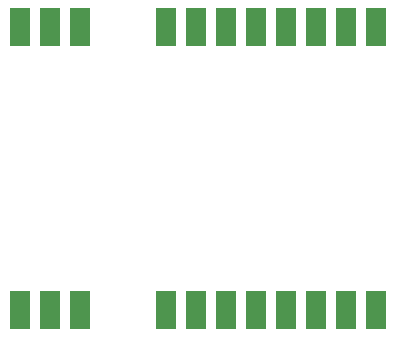
<source format=gbr>
%TF.GenerationSoftware,KiCad,Pcbnew,(6.0.5-0)*%
%TF.CreationDate,2022-05-19T17:28:55-04:00*%
%TF.ProjectId,test_project,74657374-5f70-4726-9f6a-6563742e6b69,rev?*%
%TF.SameCoordinates,Original*%
%TF.FileFunction,Paste,Top*%
%TF.FilePolarity,Positive*%
%FSLAX46Y46*%
G04 Gerber Fmt 4.6, Leading zero omitted, Abs format (unit mm)*
G04 Created by KiCad (PCBNEW (6.0.5-0)) date 2022-05-19 17:28:55*
%MOMM*%
%LPD*%
G01*
G04 APERTURE LIST*
%ADD10R,1.800000X3.200000*%
G04 APERTURE END LIST*
D10*
%TO.C,U2*%
X113424000Y-57720000D03*
X115964000Y-57720000D03*
X118504000Y-57720000D03*
X125804000Y-57720000D03*
X128344000Y-57720000D03*
X130884000Y-57720000D03*
X133424000Y-57720000D03*
X135964000Y-57720000D03*
X138504000Y-57720000D03*
X141044000Y-57720000D03*
X143584000Y-57720000D03*
X143584000Y-33720000D03*
X141044000Y-33720000D03*
X138504000Y-33720000D03*
X135964000Y-33720000D03*
X133424000Y-33720000D03*
X130884000Y-33720000D03*
X128344000Y-33720000D03*
X125804000Y-33720000D03*
X118504000Y-33720000D03*
X115964000Y-33720000D03*
X113424000Y-33720000D03*
%TD*%
M02*

</source>
